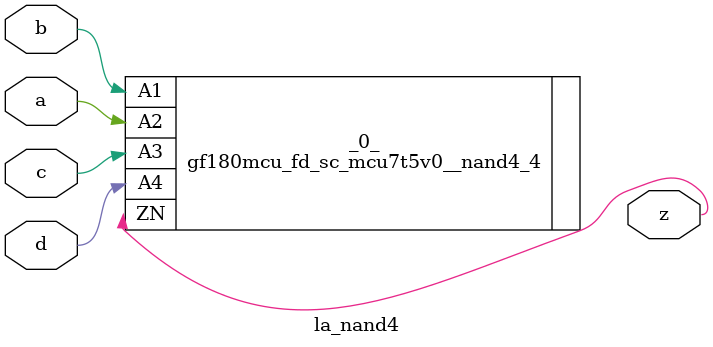
<source format=v>

/* Generated by Yosys 0.44 (git sha1 80ba43d26, g++ 11.4.0-1ubuntu1~22.04 -fPIC -O3) */

(* top =  1  *)
(* src = "generated" *)
module la_nand4 (
    a,
    b,
    c,
    d,
    z
);
  (* src = "generated" *)
  input a;
  wire a;
  (* src = "generated" *)
  input b;
  wire b;
  (* src = "generated" *)
  input c;
  wire c;
  (* src = "generated" *)
  input d;
  wire d;
  (* src = "generated" *)
  output z;
  wire z;
  gf180mcu_fd_sc_mcu7t5v0__nand4_4 _0_ (
      .A1(b),
      .A2(a),
      .A3(c),
      .A4(d),
      .ZN(z)
  );
endmodule

</source>
